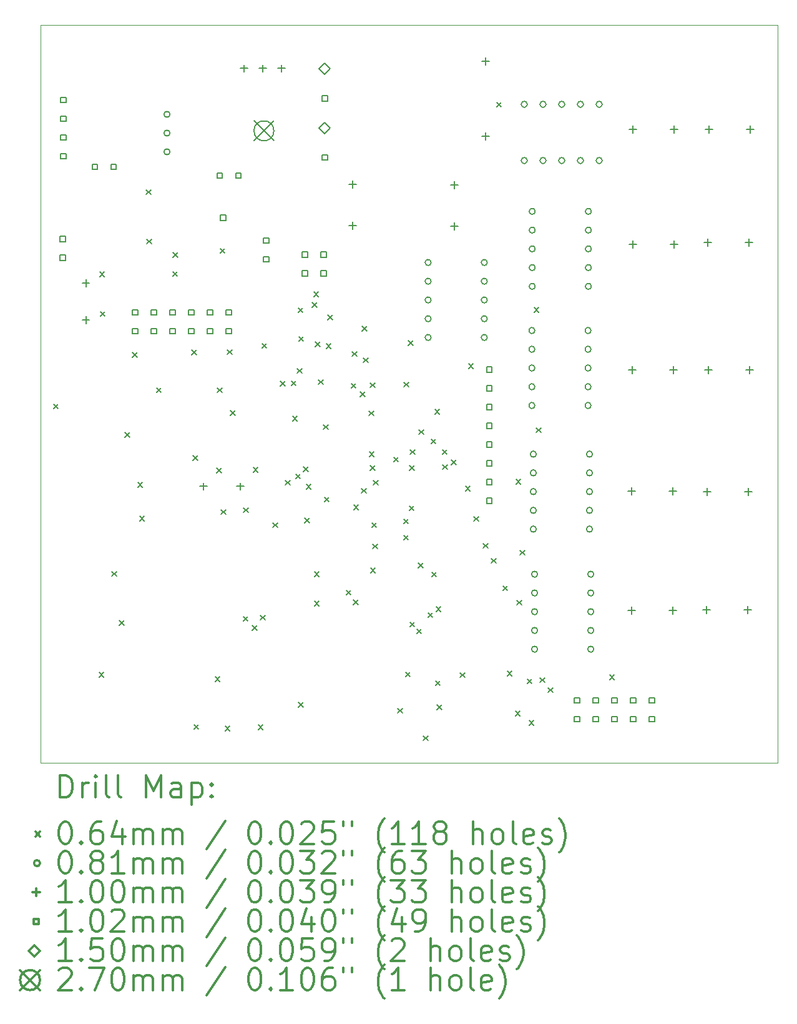
<source format=gbr>
%FSLAX45Y45*%
G04 Gerber Fmt 4.5, Leading zero omitted, Abs format (unit mm)*
G04 Created by KiCad (PCBNEW (2014-10-27 BZR 5228)-product) date 10/01/2015 12:02:00*
%MOMM*%
G01*
G04 APERTURE LIST*
%ADD10C,0.127000*%
%ADD11C,0.100000*%
%ADD12C,0.200000*%
%ADD13C,0.300000*%
G04 APERTURE END LIST*
D10*
D11*
X20000000Y-5000000D02*
X10000000Y-5000000D01*
X20000000Y-15000000D02*
X20000000Y-5000000D01*
X10000000Y-15000000D02*
X20000000Y-15000000D01*
X10000000Y-5000000D02*
X10000000Y-15000000D01*
D12*
X10179050Y-10140950D02*
X10242550Y-10204450D01*
X10242550Y-10140950D02*
X10179050Y-10204450D01*
X10797540Y-13775690D02*
X10861040Y-13839190D01*
X10861040Y-13775690D02*
X10797540Y-13839190D01*
X10803890Y-8347710D02*
X10867390Y-8411210D01*
X10867390Y-8347710D02*
X10803890Y-8411210D01*
X10811510Y-8886190D02*
X10875010Y-8949690D01*
X10875010Y-8886190D02*
X10811510Y-8949690D01*
X10971530Y-12407900D02*
X11035030Y-12471400D01*
X11035030Y-12407900D02*
X10971530Y-12471400D01*
X11073130Y-13072110D02*
X11136630Y-13135610D01*
X11136630Y-13072110D02*
X11073130Y-13135610D01*
X11149330Y-10525760D02*
X11212830Y-10589260D01*
X11212830Y-10525760D02*
X11149330Y-10589260D01*
X11249660Y-9439910D02*
X11313160Y-9503410D01*
X11313160Y-9439910D02*
X11249660Y-9503410D01*
X11322050Y-11200130D02*
X11385550Y-11263630D01*
X11385550Y-11200130D02*
X11322050Y-11263630D01*
X11344910Y-11658600D02*
X11408410Y-11722100D01*
X11408410Y-11658600D02*
X11344910Y-11722100D01*
X11436350Y-7233920D02*
X11499850Y-7297420D01*
X11499850Y-7233920D02*
X11436350Y-7297420D01*
X11443970Y-7904480D02*
X11507470Y-7967980D01*
X11507470Y-7904480D02*
X11443970Y-7967980D01*
X11574780Y-9919970D02*
X11638280Y-9983470D01*
X11638280Y-9919970D02*
X11574780Y-9983470D01*
X11795506Y-8342630D02*
X11859006Y-8406130D01*
X11859006Y-8342630D02*
X11795506Y-8406130D01*
X11798300Y-8087360D02*
X11861800Y-8150860D01*
X11861800Y-8087360D02*
X11798300Y-8150860D01*
X12053570Y-9406890D02*
X12117070Y-9470390D01*
X12117070Y-9406890D02*
X12053570Y-9470390D01*
X12071350Y-10836910D02*
X12134850Y-10900410D01*
X12134850Y-10836910D02*
X12071350Y-10900410D01*
X12082780Y-14483080D02*
X12146280Y-14546580D01*
X12146280Y-14483080D02*
X12082780Y-14546580D01*
X12369800Y-13834110D02*
X12433300Y-13897610D01*
X12433300Y-13834110D02*
X12369800Y-13897610D01*
X12391390Y-11007090D02*
X12454890Y-11070590D01*
X12454890Y-11007090D02*
X12391390Y-11070590D01*
X12401550Y-9919970D02*
X12465050Y-9983470D01*
X12465050Y-9919970D02*
X12401550Y-9983470D01*
X12437110Y-8032750D02*
X12500610Y-8096250D01*
X12500610Y-8032750D02*
X12437110Y-8096250D01*
X12453620Y-11569700D02*
X12517120Y-11633200D01*
X12517120Y-11569700D02*
X12453620Y-11633200D01*
X12506960Y-14502130D02*
X12570460Y-14565630D01*
X12570460Y-14502130D02*
X12506960Y-14565630D01*
X12536170Y-9404350D02*
X12599670Y-9467850D01*
X12599670Y-9404350D02*
X12536170Y-9467850D01*
X12580620Y-10227310D02*
X12644120Y-10290810D01*
X12644120Y-10227310D02*
X12580620Y-10290810D01*
X12750800Y-13020040D02*
X12814300Y-13083540D01*
X12814300Y-13020040D02*
X12750800Y-13083540D01*
X12758420Y-11546840D02*
X12821920Y-11610340D01*
X12821920Y-11546840D02*
X12758420Y-11610340D01*
X12876530Y-13139420D02*
X12940030Y-13202920D01*
X12940030Y-13139420D02*
X12876530Y-13202920D01*
X12886690Y-10996930D02*
X12950190Y-11060430D01*
X12950190Y-10996930D02*
X12886690Y-11060430D01*
X12954000Y-14485620D02*
X13017500Y-14549120D01*
X13017500Y-14485620D02*
X12954000Y-14549120D01*
X12983210Y-13000990D02*
X13046710Y-13064490D01*
X13046710Y-13000990D02*
X12983210Y-13064490D01*
X13006070Y-9317990D02*
X13069570Y-9381490D01*
X13069570Y-9317990D02*
X13006070Y-9381490D01*
X13154660Y-11748770D02*
X13218160Y-11812270D01*
X13218160Y-11748770D02*
X13154660Y-11812270D01*
X13257530Y-9828530D02*
X13321030Y-9892030D01*
X13321030Y-9828530D02*
X13257530Y-9892030D01*
X13322046Y-11173714D02*
X13385546Y-11237214D01*
X13385546Y-11173714D02*
X13322046Y-11237214D01*
X13402310Y-9824720D02*
X13465810Y-9888220D01*
X13465810Y-9824720D02*
X13402310Y-9888220D01*
X13421360Y-10304780D02*
X13484860Y-10368280D01*
X13484860Y-10304780D02*
X13421360Y-10368280D01*
X13463270Y-11085830D02*
X13526770Y-11149330D01*
X13526770Y-11085830D02*
X13463270Y-11149330D01*
X13486130Y-9658350D02*
X13549630Y-9721850D01*
X13549630Y-9658350D02*
X13486130Y-9721850D01*
X13498830Y-8835390D02*
X13562330Y-8898890D01*
X13562330Y-8835390D02*
X13498830Y-8898890D01*
X13501370Y-14180820D02*
X13564870Y-14244320D01*
X13564870Y-14180820D02*
X13501370Y-14244320D01*
X13506450Y-9224010D02*
X13569950Y-9287510D01*
X13569950Y-9224010D02*
X13506450Y-9287510D01*
X13569950Y-10991850D02*
X13633450Y-11055350D01*
X13633450Y-10991850D02*
X13569950Y-11055350D01*
X13586460Y-11686540D02*
X13649960Y-11750040D01*
X13649960Y-11686540D02*
X13586460Y-11750040D01*
X13608050Y-11226800D02*
X13671550Y-11290300D01*
X13671550Y-11226800D02*
X13608050Y-11290300D01*
X13686790Y-8764270D02*
X13750290Y-8827770D01*
X13750290Y-8764270D02*
X13686790Y-8827770D01*
X13707110Y-8620760D02*
X13770610Y-8684260D01*
X13770610Y-8620760D02*
X13707110Y-8684260D01*
X13718540Y-12414250D02*
X13782040Y-12477750D01*
X13782040Y-12414250D02*
X13718540Y-12477750D01*
X13718540Y-12811760D02*
X13782040Y-12875260D01*
X13782040Y-12811760D02*
X13718540Y-12875260D01*
X13729970Y-9298940D02*
X13793470Y-9362440D01*
X13793470Y-9298940D02*
X13729970Y-9362440D01*
X13773150Y-9810750D02*
X13836650Y-9874250D01*
X13836650Y-9810750D02*
X13773150Y-9874250D01*
X13839190Y-10420350D02*
X13902690Y-10483850D01*
X13902690Y-10420350D02*
X13839190Y-10483850D01*
X13851890Y-11402060D02*
X13915390Y-11465560D01*
X13915390Y-11402060D02*
X13851890Y-11465560D01*
X13877290Y-9320530D02*
X13940790Y-9384030D01*
X13940790Y-9320530D02*
X13877290Y-9384030D01*
X13897610Y-8933180D02*
X13961110Y-8996680D01*
X13961110Y-8933180D02*
X13897610Y-8996680D01*
X14149070Y-12663170D02*
X14212570Y-12726670D01*
X14212570Y-12663170D02*
X14149070Y-12726670D01*
X14217650Y-9859010D02*
X14281150Y-9922510D01*
X14281150Y-9859010D02*
X14217650Y-9922510D01*
X14227810Y-9427210D02*
X14291310Y-9490710D01*
X14291310Y-9427210D02*
X14227810Y-9490710D01*
X14245590Y-12792710D02*
X14309090Y-12856210D01*
X14309090Y-12792710D02*
X14245590Y-12856210D01*
X14251940Y-11508740D02*
X14315440Y-11572240D01*
X14315440Y-11508740D02*
X14251940Y-11572240D01*
X14339570Y-9973310D02*
X14403070Y-10036810D01*
X14403070Y-9973310D02*
X14339570Y-10036810D01*
X14354810Y-11283950D02*
X14418310Y-11347450D01*
X14418310Y-11283950D02*
X14354810Y-11347450D01*
X14366240Y-9085580D02*
X14429740Y-9149080D01*
X14429740Y-9085580D02*
X14366240Y-9149080D01*
X14382750Y-9513570D02*
X14446250Y-9577070D01*
X14446250Y-9513570D02*
X14382750Y-9577070D01*
X14457934Y-10232390D02*
X14521434Y-10295890D01*
X14521434Y-10232390D02*
X14457934Y-10295890D01*
X14461490Y-10785094D02*
X14524990Y-10848594D01*
X14524990Y-10785094D02*
X14461490Y-10848594D01*
X14475460Y-9852660D02*
X14538960Y-9916160D01*
X14538960Y-9852660D02*
X14475460Y-9916160D01*
X14476730Y-10975340D02*
X14540230Y-11038840D01*
X14540230Y-10975340D02*
X14476730Y-11038840D01*
X14479270Y-12360910D02*
X14542770Y-12424410D01*
X14542770Y-12360910D02*
X14479270Y-12424410D01*
X14494510Y-11748770D02*
X14558010Y-11812270D01*
X14558010Y-11748770D02*
X14494510Y-11812270D01*
X14511020Y-12034520D02*
X14574520Y-12098020D01*
X14574520Y-12034520D02*
X14511020Y-12098020D01*
X14518640Y-11173460D02*
X14582140Y-11236960D01*
X14582140Y-11173460D02*
X14518640Y-11236960D01*
X14794230Y-10859770D02*
X14857730Y-10923270D01*
X14857730Y-10859770D02*
X14794230Y-10923270D01*
X14848840Y-14264640D02*
X14912340Y-14328140D01*
X14912340Y-14264640D02*
X14848840Y-14328140D01*
X14930120Y-11699240D02*
X14993620Y-11762740D01*
X14993620Y-11699240D02*
X14930120Y-11762740D01*
X14930120Y-11916410D02*
X14993620Y-11979910D01*
X14993620Y-11916410D02*
X14930120Y-11979910D01*
X14932660Y-9842500D02*
X14996160Y-9906000D01*
X14996160Y-9842500D02*
X14932660Y-9906000D01*
X14951710Y-13773150D02*
X15015210Y-13836650D01*
X15015210Y-13773150D02*
X14951710Y-13836650D01*
X14991080Y-9279890D02*
X15054580Y-9343390D01*
X15054580Y-9279890D02*
X14991080Y-9343390D01*
X15005050Y-11517630D02*
X15068550Y-11581130D01*
X15068550Y-11517630D02*
X15005050Y-11581130D01*
X15010130Y-10971530D02*
X15073630Y-11035030D01*
X15073630Y-10971530D02*
X15010130Y-11035030D01*
X15011400Y-13094970D02*
X15074900Y-13158470D01*
X15074900Y-13094970D02*
X15011400Y-13158470D01*
X15017750Y-10755630D02*
X15081250Y-10819130D01*
X15081250Y-10755630D02*
X15017750Y-10819130D01*
X15104110Y-13188950D02*
X15167610Y-13252450D01*
X15167610Y-13188950D02*
X15104110Y-13252450D01*
X15128240Y-12294870D02*
X15191740Y-12358370D01*
X15191740Y-12294870D02*
X15128240Y-12358370D01*
X15134590Y-10485120D02*
X15198090Y-10548620D01*
X15198090Y-10485120D02*
X15134590Y-10548620D01*
X15196820Y-14635480D02*
X15260320Y-14698980D01*
X15260320Y-14635480D02*
X15196820Y-14698980D01*
X15256510Y-12965430D02*
X15320010Y-13028930D01*
X15320010Y-12965430D02*
X15256510Y-13028930D01*
X15302230Y-10613390D02*
X15365730Y-10676890D01*
X15365730Y-10613390D02*
X15302230Y-10676890D01*
X15307310Y-12418060D02*
X15370810Y-12481560D01*
X15370810Y-12418060D02*
X15307310Y-12481560D01*
X15351760Y-10210800D02*
X15415260Y-10274300D01*
X15415260Y-10210800D02*
X15351760Y-10274300D01*
X15361920Y-13891260D02*
X15425420Y-13954760D01*
X15425420Y-13891260D02*
X15361920Y-13954760D01*
X15368270Y-12886690D02*
X15431770Y-12950190D01*
X15431770Y-12886690D02*
X15368270Y-12950190D01*
X15381986Y-14215618D02*
X15445486Y-14279118D01*
X15445486Y-14215618D02*
X15381986Y-14279118D01*
X15452090Y-10758170D02*
X15515590Y-10821670D01*
X15515590Y-10758170D02*
X15452090Y-10821670D01*
X15458440Y-10960100D02*
X15521940Y-11023600D01*
X15521940Y-10960100D02*
X15458440Y-11023600D01*
X15574010Y-10899140D02*
X15637510Y-10962640D01*
X15637510Y-10899140D02*
X15574010Y-10962640D01*
X15693390Y-13778230D02*
X15756890Y-13841730D01*
X15756890Y-13778230D02*
X15693390Y-13841730D01*
X15765780Y-11250930D02*
X15829280Y-11314430D01*
X15829280Y-11250930D02*
X15765780Y-11314430D01*
X15810230Y-9592310D02*
X15873730Y-9655810D01*
X15873730Y-9592310D02*
X15810230Y-9655810D01*
X15882620Y-11663680D02*
X15946120Y-11727180D01*
X15946120Y-11663680D02*
X15882620Y-11727180D01*
X16005810Y-12026900D02*
X16069310Y-12090400D01*
X16069310Y-12026900D02*
X16005810Y-12090400D01*
X16118840Y-12232640D02*
X16182340Y-12296140D01*
X16182340Y-12232640D02*
X16118840Y-12296140D01*
X16191230Y-6051550D02*
X16254730Y-6115050D01*
X16254730Y-6051550D02*
X16191230Y-6115050D01*
X16273780Y-12602210D02*
X16337280Y-12665710D01*
X16337280Y-12602210D02*
X16273780Y-12665710D01*
X16333470Y-13760450D02*
X16396970Y-13823950D01*
X16396970Y-13760450D02*
X16333470Y-13823950D01*
X16442690Y-14298930D02*
X16506190Y-14362430D01*
X16506190Y-14298930D02*
X16442690Y-14362430D01*
X16452850Y-11160760D02*
X16516350Y-11224260D01*
X16516350Y-11160760D02*
X16452850Y-11224260D01*
X16464280Y-12797790D02*
X16527780Y-12861290D01*
X16527780Y-12797790D02*
X16464280Y-12861290D01*
X16508730Y-12122150D02*
X16572230Y-12185650D01*
X16572230Y-12122150D02*
X16508730Y-12185650D01*
X16603980Y-13865860D02*
X16667480Y-13929360D01*
X16667480Y-13865860D02*
X16603980Y-13929360D01*
X16628110Y-14428470D02*
X16691610Y-14491970D01*
X16691610Y-14428470D02*
X16628110Y-14491970D01*
X16699230Y-8831580D02*
X16762730Y-8895080D01*
X16762730Y-8831580D02*
X16699230Y-8895080D01*
X16727170Y-10462260D02*
X16790670Y-10525760D01*
X16790670Y-10462260D02*
X16727170Y-10525760D01*
X16779240Y-13849350D02*
X16842740Y-13912850D01*
X16842740Y-13849350D02*
X16779240Y-13912850D01*
X16888460Y-13982700D02*
X16951960Y-14046200D01*
X16951960Y-13982700D02*
X16888460Y-14046200D01*
X17721580Y-13808710D02*
X17785080Y-13872210D01*
X17785080Y-13808710D02*
X17721580Y-13872210D01*
X11757660Y-6212840D02*
G75*
G03X11757660Y-6212840I-40640J0D01*
G01*
X11757660Y-6466840D02*
G75*
G03X11757660Y-6466840I-40640J0D01*
G01*
X11757660Y-6720840D02*
G75*
G03X11757660Y-6720840I-40640J0D01*
G01*
X15300960Y-8220710D02*
G75*
G03X15300960Y-8220710I-40640J0D01*
G01*
X15300960Y-8474710D02*
G75*
G03X15300960Y-8474710I-40640J0D01*
G01*
X15300960Y-8728710D02*
G75*
G03X15300960Y-8728710I-40640J0D01*
G01*
X15300960Y-8982710D02*
G75*
G03X15300960Y-8982710I-40640J0D01*
G01*
X15300960Y-9236710D02*
G75*
G03X15300960Y-9236710I-40640J0D01*
G01*
X16062960Y-8220710D02*
G75*
G03X16062960Y-8220710I-40640J0D01*
G01*
X16062960Y-8474710D02*
G75*
G03X16062960Y-8474710I-40640J0D01*
G01*
X16062960Y-8728710D02*
G75*
G03X16062960Y-8728710I-40640J0D01*
G01*
X16062960Y-8982710D02*
G75*
G03X16062960Y-8982710I-40640J0D01*
G01*
X16062960Y-9236710D02*
G75*
G03X16062960Y-9236710I-40640J0D01*
G01*
X16605250Y-6076950D02*
G75*
G03X16605250Y-6076950I-40640J0D01*
G01*
X16605250Y-6838950D02*
G75*
G03X16605250Y-6838950I-40640J0D01*
G01*
X16708120Y-9142730D02*
G75*
G03X16708120Y-9142730I-40640J0D01*
G01*
X16708120Y-9396730D02*
G75*
G03X16708120Y-9396730I-40640J0D01*
G01*
X16708120Y-9650730D02*
G75*
G03X16708120Y-9650730I-40640J0D01*
G01*
X16708120Y-9904730D02*
G75*
G03X16708120Y-9904730I-40640J0D01*
G01*
X16708120Y-10158730D02*
G75*
G03X16708120Y-10158730I-40640J0D01*
G01*
X16713200Y-7527290D02*
G75*
G03X16713200Y-7527290I-40640J0D01*
G01*
X16713200Y-7781290D02*
G75*
G03X16713200Y-7781290I-40640J0D01*
G01*
X16713200Y-8035290D02*
G75*
G03X16713200Y-8035290I-40640J0D01*
G01*
X16713200Y-8289290D02*
G75*
G03X16713200Y-8289290I-40640J0D01*
G01*
X16713200Y-8543290D02*
G75*
G03X16713200Y-8543290I-40640J0D01*
G01*
X16728440Y-10817860D02*
G75*
G03X16728440Y-10817860I-40640J0D01*
G01*
X16728440Y-11071860D02*
G75*
G03X16728440Y-11071860I-40640J0D01*
G01*
X16728440Y-11325860D02*
G75*
G03X16728440Y-11325860I-40640J0D01*
G01*
X16728440Y-11579860D02*
G75*
G03X16728440Y-11579860I-40640J0D01*
G01*
X16728440Y-11833860D02*
G75*
G03X16728440Y-11833860I-40640J0D01*
G01*
X16746220Y-12444730D02*
G75*
G03X16746220Y-12444730I-40640J0D01*
G01*
X16746220Y-12698730D02*
G75*
G03X16746220Y-12698730I-40640J0D01*
G01*
X16746220Y-12952730D02*
G75*
G03X16746220Y-12952730I-40640J0D01*
G01*
X16746220Y-13206730D02*
G75*
G03X16746220Y-13206730I-40640J0D01*
G01*
X16746220Y-13460730D02*
G75*
G03X16746220Y-13460730I-40640J0D01*
G01*
X16859250Y-6076950D02*
G75*
G03X16859250Y-6076950I-40640J0D01*
G01*
X16859250Y-6838950D02*
G75*
G03X16859250Y-6838950I-40640J0D01*
G01*
X17113250Y-6076950D02*
G75*
G03X17113250Y-6076950I-40640J0D01*
G01*
X17113250Y-6838950D02*
G75*
G03X17113250Y-6838950I-40640J0D01*
G01*
X17367250Y-6076950D02*
G75*
G03X17367250Y-6076950I-40640J0D01*
G01*
X17367250Y-6838950D02*
G75*
G03X17367250Y-6838950I-40640J0D01*
G01*
X17470120Y-9142730D02*
G75*
G03X17470120Y-9142730I-40640J0D01*
G01*
X17470120Y-9396730D02*
G75*
G03X17470120Y-9396730I-40640J0D01*
G01*
X17470120Y-9650730D02*
G75*
G03X17470120Y-9650730I-40640J0D01*
G01*
X17470120Y-9904730D02*
G75*
G03X17470120Y-9904730I-40640J0D01*
G01*
X17470120Y-10158730D02*
G75*
G03X17470120Y-10158730I-40640J0D01*
G01*
X17475200Y-7527290D02*
G75*
G03X17475200Y-7527290I-40640J0D01*
G01*
X17475200Y-7781290D02*
G75*
G03X17475200Y-7781290I-40640J0D01*
G01*
X17475200Y-8035290D02*
G75*
G03X17475200Y-8035290I-40640J0D01*
G01*
X17475200Y-8289290D02*
G75*
G03X17475200Y-8289290I-40640J0D01*
G01*
X17475200Y-8543290D02*
G75*
G03X17475200Y-8543290I-40640J0D01*
G01*
X17490440Y-10817860D02*
G75*
G03X17490440Y-10817860I-40640J0D01*
G01*
X17490440Y-11071860D02*
G75*
G03X17490440Y-11071860I-40640J0D01*
G01*
X17490440Y-11325860D02*
G75*
G03X17490440Y-11325860I-40640J0D01*
G01*
X17490440Y-11579860D02*
G75*
G03X17490440Y-11579860I-40640J0D01*
G01*
X17490440Y-11833860D02*
G75*
G03X17490440Y-11833860I-40640J0D01*
G01*
X17508220Y-12444730D02*
G75*
G03X17508220Y-12444730I-40640J0D01*
G01*
X17508220Y-12698730D02*
G75*
G03X17508220Y-12698730I-40640J0D01*
G01*
X17508220Y-12952730D02*
G75*
G03X17508220Y-12952730I-40640J0D01*
G01*
X17508220Y-13206730D02*
G75*
G03X17508220Y-13206730I-40640J0D01*
G01*
X17508220Y-13460730D02*
G75*
G03X17508220Y-13460730I-40640J0D01*
G01*
X17621250Y-6076950D02*
G75*
G03X17621250Y-6076950I-40640J0D01*
G01*
X17621250Y-6838950D02*
G75*
G03X17621250Y-6838950I-40640J0D01*
G01*
X10617200Y-8450072D02*
X10617200Y-8550148D01*
X10567162Y-8500110D02*
X10667238Y-8500110D01*
X10617200Y-8950198D02*
X10617200Y-9050274D01*
X10567162Y-9000236D02*
X10667238Y-9000236D01*
X12213844Y-11204702D02*
X12213844Y-11304778D01*
X12163806Y-11254740D02*
X12263882Y-11254740D01*
X12713970Y-11204702D02*
X12713970Y-11304778D01*
X12663932Y-11254740D02*
X12764008Y-11254740D01*
X12766000Y-5539962D02*
X12766000Y-5640038D01*
X12715962Y-5590000D02*
X12816038Y-5590000D01*
X13020000Y-5539962D02*
X13020000Y-5640038D01*
X12969962Y-5590000D02*
X13070038Y-5590000D01*
X13274000Y-5539962D02*
X13274000Y-5640038D01*
X13223962Y-5590000D02*
X13324038Y-5590000D01*
X14239240Y-7114032D02*
X14239240Y-7214108D01*
X14189202Y-7164070D02*
X14289278Y-7164070D01*
X14239240Y-7672832D02*
X14239240Y-7772908D01*
X14189202Y-7722870D02*
X14289278Y-7722870D01*
X15619730Y-7120382D02*
X15619730Y-7220458D01*
X15569692Y-7170420D02*
X15669768Y-7170420D01*
X15619730Y-7679182D02*
X15619730Y-7779258D01*
X15569692Y-7729220D02*
X15669768Y-7729220D01*
X16037560Y-5441696D02*
X16037560Y-5541772D01*
X15987522Y-5491734D02*
X16087598Y-5491734D01*
X16037560Y-6457696D02*
X16037560Y-6557772D01*
X15987522Y-6507734D02*
X16087598Y-6507734D01*
X18019600Y-12886262D02*
X18019600Y-12986338D01*
X17969562Y-12936300D02*
X18069638Y-12936300D01*
X18024200Y-11265162D02*
X18024200Y-11365238D01*
X17974162Y-11315200D02*
X18074238Y-11315200D01*
X18030870Y-9625512D02*
X18030870Y-9725588D01*
X17980832Y-9675550D02*
X18080908Y-9675550D01*
X18035000Y-7926492D02*
X18035000Y-8026568D01*
X17984962Y-7976530D02*
X18085038Y-7976530D01*
X18040400Y-6369562D02*
X18040400Y-6469638D01*
X17990362Y-6419600D02*
X18090438Y-6419600D01*
X18578400Y-12886262D02*
X18578400Y-12986338D01*
X18528362Y-12936300D02*
X18628438Y-12936300D01*
X18583000Y-11265162D02*
X18583000Y-11365238D01*
X18532962Y-11315200D02*
X18633038Y-11315200D01*
X18589670Y-9625512D02*
X18589670Y-9725588D01*
X18539632Y-9675550D02*
X18639708Y-9675550D01*
X18593800Y-7926492D02*
X18593800Y-8026568D01*
X18543762Y-7976530D02*
X18643838Y-7976530D01*
X18599200Y-6369562D02*
X18599200Y-6469638D01*
X18549162Y-6419600D02*
X18649238Y-6419600D01*
X19039600Y-12876262D02*
X19039600Y-12976338D01*
X18989562Y-12926300D02*
X19089638Y-12926300D01*
X19044200Y-11275162D02*
X19044200Y-11375238D01*
X18994162Y-11325200D02*
X19094238Y-11325200D01*
X19055000Y-7896492D02*
X19055000Y-7996568D01*
X19004962Y-7946530D02*
X19105038Y-7946530D01*
X19060870Y-9625512D02*
X19060870Y-9725588D01*
X19010832Y-9675550D02*
X19110908Y-9675550D01*
X19070400Y-6369562D02*
X19070400Y-6469638D01*
X19020362Y-6419600D02*
X19120438Y-6419600D01*
X19598400Y-12876262D02*
X19598400Y-12976338D01*
X19548362Y-12926300D02*
X19648438Y-12926300D01*
X19603000Y-11275162D02*
X19603000Y-11375238D01*
X19552962Y-11325200D02*
X19653038Y-11325200D01*
X19613800Y-7896492D02*
X19613800Y-7996568D01*
X19563762Y-7946530D02*
X19663838Y-7946530D01*
X19619670Y-9625512D02*
X19619670Y-9725588D01*
X19569632Y-9675550D02*
X19669708Y-9675550D01*
X19629200Y-6369562D02*
X19629200Y-6469638D01*
X19579162Y-6419600D02*
X19679238Y-6419600D01*
X10339431Y-7936591D02*
X10339431Y-7864749D01*
X10267589Y-7864749D01*
X10267589Y-7936591D01*
X10339431Y-7936591D01*
X10339431Y-8190591D02*
X10339431Y-8118749D01*
X10267589Y-8118749D01*
X10267589Y-8190591D01*
X10339431Y-8190591D01*
X10349591Y-6055721D02*
X10349591Y-5983879D01*
X10277749Y-5983879D01*
X10277749Y-6055721D01*
X10349591Y-6055721D01*
X10349591Y-6309721D02*
X10349591Y-6237879D01*
X10277749Y-6237879D01*
X10277749Y-6309721D01*
X10349591Y-6309721D01*
X10349591Y-6563721D02*
X10349591Y-6491879D01*
X10277749Y-6491879D01*
X10277749Y-6563721D01*
X10349591Y-6563721D01*
X10349591Y-6817721D02*
X10349591Y-6745879D01*
X10277749Y-6745879D01*
X10277749Y-6817721D01*
X10349591Y-6817721D01*
X10775041Y-6958691D02*
X10775041Y-6886849D01*
X10703199Y-6886849D01*
X10703199Y-6958691D01*
X10775041Y-6958691D01*
X11029041Y-6958691D02*
X11029041Y-6886849D01*
X10957199Y-6886849D01*
X10957199Y-6958691D01*
X11029041Y-6958691D01*
X11322411Y-8931001D02*
X11322411Y-8859159D01*
X11250569Y-8859159D01*
X11250569Y-8931001D01*
X11322411Y-8931001D01*
X11322411Y-9185001D02*
X11322411Y-9113159D01*
X11250569Y-9113159D01*
X11250569Y-9185001D01*
X11322411Y-9185001D01*
X11576411Y-8931001D02*
X11576411Y-8859159D01*
X11504569Y-8859159D01*
X11504569Y-8931001D01*
X11576411Y-8931001D01*
X11576411Y-9185001D02*
X11576411Y-9113159D01*
X11504569Y-9113159D01*
X11504569Y-9185001D01*
X11576411Y-9185001D01*
X11830411Y-8931001D02*
X11830411Y-8859159D01*
X11758569Y-8859159D01*
X11758569Y-8931001D01*
X11830411Y-8931001D01*
X11830411Y-9185001D02*
X11830411Y-9113159D01*
X11758569Y-9113159D01*
X11758569Y-9185001D01*
X11830411Y-9185001D01*
X12084411Y-8931001D02*
X12084411Y-8859159D01*
X12012569Y-8859159D01*
X12012569Y-8931001D01*
X12084411Y-8931001D01*
X12084411Y-9185001D02*
X12084411Y-9113159D01*
X12012569Y-9113159D01*
X12012569Y-9185001D01*
X12084411Y-9185001D01*
X12338411Y-8931001D02*
X12338411Y-8859159D01*
X12266569Y-8859159D01*
X12266569Y-8931001D01*
X12338411Y-8931001D01*
X12338411Y-9185001D02*
X12338411Y-9113159D01*
X12266569Y-9113159D01*
X12266569Y-9185001D01*
X12338411Y-9185001D01*
X12466681Y-7080611D02*
X12466681Y-7008769D01*
X12394839Y-7008769D01*
X12394839Y-7080611D01*
X12466681Y-7080611D01*
X12513671Y-7652111D02*
X12513671Y-7580269D01*
X12441829Y-7580269D01*
X12441829Y-7652111D01*
X12513671Y-7652111D01*
X12592411Y-8931001D02*
X12592411Y-8859159D01*
X12520569Y-8859159D01*
X12520569Y-8931001D01*
X12592411Y-8931001D01*
X12592411Y-9185001D02*
X12592411Y-9113159D01*
X12520569Y-9113159D01*
X12520569Y-9185001D01*
X12592411Y-9185001D01*
X12720681Y-7080611D02*
X12720681Y-7008769D01*
X12648839Y-7008769D01*
X12648839Y-7080611D01*
X12720681Y-7080611D01*
X13100411Y-7960721D02*
X13100411Y-7888879D01*
X13028569Y-7888879D01*
X13028569Y-7960721D01*
X13100411Y-7960721D01*
X13100411Y-8214721D02*
X13100411Y-8142879D01*
X13028569Y-8142879D01*
X13028569Y-8214721D01*
X13100411Y-8214721D01*
X13626191Y-8149951D02*
X13626191Y-8078109D01*
X13554349Y-8078109D01*
X13554349Y-8149951D01*
X13626191Y-8149951D01*
X13626191Y-8403951D02*
X13626191Y-8332109D01*
X13554349Y-8332109D01*
X13554349Y-8403951D01*
X13626191Y-8403951D01*
X13880191Y-8149951D02*
X13880191Y-8078109D01*
X13808349Y-8078109D01*
X13808349Y-8149951D01*
X13880191Y-8149951D01*
X13880191Y-8403951D02*
X13880191Y-8332109D01*
X13808349Y-8332109D01*
X13808349Y-8403951D01*
X13880191Y-8403951D01*
X13894161Y-6033521D02*
X13894161Y-5961679D01*
X13822319Y-5961679D01*
X13822319Y-6033521D01*
X13894161Y-6033521D01*
X13894161Y-6833521D02*
X13894161Y-6761679D01*
X13822319Y-6761679D01*
X13822319Y-6833521D01*
X13894161Y-6833521D01*
X16126821Y-9708241D02*
X16126821Y-9636399D01*
X16054979Y-9636399D01*
X16054979Y-9708241D01*
X16126821Y-9708241D01*
X16126821Y-9962241D02*
X16126821Y-9890399D01*
X16054979Y-9890399D01*
X16054979Y-9962241D01*
X16126821Y-9962241D01*
X16126821Y-10216241D02*
X16126821Y-10144399D01*
X16054979Y-10144399D01*
X16054979Y-10216241D01*
X16126821Y-10216241D01*
X16126821Y-10470241D02*
X16126821Y-10398399D01*
X16054979Y-10398399D01*
X16054979Y-10470241D01*
X16126821Y-10470241D01*
X16126821Y-10724241D02*
X16126821Y-10652399D01*
X16054979Y-10652399D01*
X16054979Y-10724241D01*
X16126821Y-10724241D01*
X16126821Y-10978241D02*
X16126821Y-10906399D01*
X16054979Y-10906399D01*
X16054979Y-10978241D01*
X16126821Y-10978241D01*
X16126821Y-11232241D02*
X16126821Y-11160399D01*
X16054979Y-11160399D01*
X16054979Y-11232241D01*
X16126821Y-11232241D01*
X16126821Y-11486241D02*
X16126821Y-11414399D01*
X16054979Y-11414399D01*
X16054979Y-11486241D01*
X16126821Y-11486241D01*
X17316811Y-14192611D02*
X17316811Y-14120769D01*
X17244969Y-14120769D01*
X17244969Y-14192611D01*
X17316811Y-14192611D01*
X17316811Y-14446611D02*
X17316811Y-14374769D01*
X17244969Y-14374769D01*
X17244969Y-14446611D01*
X17316811Y-14446611D01*
X17570811Y-14192611D02*
X17570811Y-14120769D01*
X17498969Y-14120769D01*
X17498969Y-14192611D01*
X17570811Y-14192611D01*
X17570811Y-14446611D02*
X17570811Y-14374769D01*
X17498969Y-14374769D01*
X17498969Y-14446611D01*
X17570811Y-14446611D01*
X17824811Y-14192611D02*
X17824811Y-14120769D01*
X17752969Y-14120769D01*
X17752969Y-14192611D01*
X17824811Y-14192611D01*
X17824811Y-14446611D02*
X17824811Y-14374769D01*
X17752969Y-14374769D01*
X17752969Y-14446611D01*
X17824811Y-14446611D01*
X18078811Y-14192611D02*
X18078811Y-14120769D01*
X18006969Y-14120769D01*
X18006969Y-14192611D01*
X18078811Y-14192611D01*
X18078811Y-14446611D02*
X18078811Y-14374769D01*
X18006969Y-14374769D01*
X18006969Y-14446611D01*
X18078811Y-14446611D01*
X18332811Y-14192611D02*
X18332811Y-14120769D01*
X18260969Y-14120769D01*
X18260969Y-14192611D01*
X18332811Y-14192611D01*
X18332811Y-14446611D02*
X18332811Y-14374769D01*
X18260969Y-14374769D01*
X18260969Y-14446611D01*
X18332811Y-14446611D01*
X13858240Y-5672600D02*
X13933240Y-5597600D01*
X13858240Y-5522600D01*
X13783240Y-5597600D01*
X13858240Y-5672600D01*
X13858240Y-6472600D02*
X13933240Y-6397600D01*
X13858240Y-6322600D01*
X13783240Y-6397600D01*
X13858240Y-6472600D01*
X12897739Y-6301359D02*
X13167741Y-6571361D01*
X13167741Y-6301359D02*
X12897739Y-6571361D01*
X13167741Y-6436360D02*
G75*
G03X13167741Y-6436360I-135001J0D01*
G01*
D13*
X10266429Y-15470714D02*
X10266429Y-15170714D01*
X10337857Y-15170714D01*
X10380714Y-15185000D01*
X10409286Y-15213571D01*
X10423571Y-15242143D01*
X10437857Y-15299286D01*
X10437857Y-15342143D01*
X10423571Y-15399286D01*
X10409286Y-15427857D01*
X10380714Y-15456429D01*
X10337857Y-15470714D01*
X10266429Y-15470714D01*
X10566429Y-15470714D02*
X10566429Y-15270714D01*
X10566429Y-15327857D02*
X10580714Y-15299286D01*
X10595000Y-15285000D01*
X10623571Y-15270714D01*
X10652143Y-15270714D01*
X10752143Y-15470714D02*
X10752143Y-15270714D01*
X10752143Y-15170714D02*
X10737857Y-15185000D01*
X10752143Y-15199286D01*
X10766429Y-15185000D01*
X10752143Y-15170714D01*
X10752143Y-15199286D01*
X10937857Y-15470714D02*
X10909286Y-15456429D01*
X10895000Y-15427857D01*
X10895000Y-15170714D01*
X11095000Y-15470714D02*
X11066429Y-15456429D01*
X11052143Y-15427857D01*
X11052143Y-15170714D01*
X11437857Y-15470714D02*
X11437857Y-15170714D01*
X11537857Y-15385000D01*
X11637857Y-15170714D01*
X11637857Y-15470714D01*
X11909286Y-15470714D02*
X11909286Y-15313571D01*
X11895000Y-15285000D01*
X11866428Y-15270714D01*
X11809286Y-15270714D01*
X11780714Y-15285000D01*
X11909286Y-15456429D02*
X11880714Y-15470714D01*
X11809286Y-15470714D01*
X11780714Y-15456429D01*
X11766428Y-15427857D01*
X11766428Y-15399286D01*
X11780714Y-15370714D01*
X11809286Y-15356429D01*
X11880714Y-15356429D01*
X11909286Y-15342143D01*
X12052143Y-15270714D02*
X12052143Y-15570714D01*
X12052143Y-15285000D02*
X12080714Y-15270714D01*
X12137857Y-15270714D01*
X12166428Y-15285000D01*
X12180714Y-15299286D01*
X12195000Y-15327857D01*
X12195000Y-15413571D01*
X12180714Y-15442143D01*
X12166428Y-15456429D01*
X12137857Y-15470714D01*
X12080714Y-15470714D01*
X12052143Y-15456429D01*
X12323571Y-15442143D02*
X12337857Y-15456429D01*
X12323571Y-15470714D01*
X12309286Y-15456429D01*
X12323571Y-15442143D01*
X12323571Y-15470714D01*
X12323571Y-15285000D02*
X12337857Y-15299286D01*
X12323571Y-15313571D01*
X12309286Y-15299286D01*
X12323571Y-15285000D01*
X12323571Y-15313571D01*
X9931500Y-15933250D02*
X9995000Y-15996750D01*
X9995000Y-15933250D02*
X9931500Y-15996750D01*
X10323571Y-15800714D02*
X10352143Y-15800714D01*
X10380714Y-15815000D01*
X10395000Y-15829286D01*
X10409286Y-15857857D01*
X10423571Y-15915000D01*
X10423571Y-15986429D01*
X10409286Y-16043571D01*
X10395000Y-16072143D01*
X10380714Y-16086429D01*
X10352143Y-16100714D01*
X10323571Y-16100714D01*
X10295000Y-16086429D01*
X10280714Y-16072143D01*
X10266429Y-16043571D01*
X10252143Y-15986429D01*
X10252143Y-15915000D01*
X10266429Y-15857857D01*
X10280714Y-15829286D01*
X10295000Y-15815000D01*
X10323571Y-15800714D01*
X10552143Y-16072143D02*
X10566429Y-16086429D01*
X10552143Y-16100714D01*
X10537857Y-16086429D01*
X10552143Y-16072143D01*
X10552143Y-16100714D01*
X10823571Y-15800714D02*
X10766428Y-15800714D01*
X10737857Y-15815000D01*
X10723571Y-15829286D01*
X10695000Y-15872143D01*
X10680714Y-15929286D01*
X10680714Y-16043571D01*
X10695000Y-16072143D01*
X10709286Y-16086429D01*
X10737857Y-16100714D01*
X10795000Y-16100714D01*
X10823571Y-16086429D01*
X10837857Y-16072143D01*
X10852143Y-16043571D01*
X10852143Y-15972143D01*
X10837857Y-15943571D01*
X10823571Y-15929286D01*
X10795000Y-15915000D01*
X10737857Y-15915000D01*
X10709286Y-15929286D01*
X10695000Y-15943571D01*
X10680714Y-15972143D01*
X11109286Y-15900714D02*
X11109286Y-16100714D01*
X11037857Y-15786429D02*
X10966429Y-16000714D01*
X11152143Y-16000714D01*
X11266428Y-16100714D02*
X11266428Y-15900714D01*
X11266428Y-15929286D02*
X11280714Y-15915000D01*
X11309286Y-15900714D01*
X11352143Y-15900714D01*
X11380714Y-15915000D01*
X11395000Y-15943571D01*
X11395000Y-16100714D01*
X11395000Y-15943571D02*
X11409286Y-15915000D01*
X11437857Y-15900714D01*
X11480714Y-15900714D01*
X11509286Y-15915000D01*
X11523571Y-15943571D01*
X11523571Y-16100714D01*
X11666428Y-16100714D02*
X11666428Y-15900714D01*
X11666428Y-15929286D02*
X11680714Y-15915000D01*
X11709286Y-15900714D01*
X11752143Y-15900714D01*
X11780714Y-15915000D01*
X11795000Y-15943571D01*
X11795000Y-16100714D01*
X11795000Y-15943571D02*
X11809286Y-15915000D01*
X11837857Y-15900714D01*
X11880714Y-15900714D01*
X11909286Y-15915000D01*
X11923571Y-15943571D01*
X11923571Y-16100714D01*
X12509286Y-15786429D02*
X12252143Y-16172143D01*
X12895000Y-15800714D02*
X12923571Y-15800714D01*
X12952143Y-15815000D01*
X12966428Y-15829286D01*
X12980714Y-15857857D01*
X12995000Y-15915000D01*
X12995000Y-15986429D01*
X12980714Y-16043571D01*
X12966428Y-16072143D01*
X12952143Y-16086429D01*
X12923571Y-16100714D01*
X12895000Y-16100714D01*
X12866428Y-16086429D01*
X12852143Y-16072143D01*
X12837857Y-16043571D01*
X12823571Y-15986429D01*
X12823571Y-15915000D01*
X12837857Y-15857857D01*
X12852143Y-15829286D01*
X12866428Y-15815000D01*
X12895000Y-15800714D01*
X13123571Y-16072143D02*
X13137857Y-16086429D01*
X13123571Y-16100714D01*
X13109286Y-16086429D01*
X13123571Y-16072143D01*
X13123571Y-16100714D01*
X13323571Y-15800714D02*
X13352143Y-15800714D01*
X13380714Y-15815000D01*
X13395000Y-15829286D01*
X13409285Y-15857857D01*
X13423571Y-15915000D01*
X13423571Y-15986429D01*
X13409285Y-16043571D01*
X13395000Y-16072143D01*
X13380714Y-16086429D01*
X13352143Y-16100714D01*
X13323571Y-16100714D01*
X13295000Y-16086429D01*
X13280714Y-16072143D01*
X13266428Y-16043571D01*
X13252143Y-15986429D01*
X13252143Y-15915000D01*
X13266428Y-15857857D01*
X13280714Y-15829286D01*
X13295000Y-15815000D01*
X13323571Y-15800714D01*
X13537857Y-15829286D02*
X13552143Y-15815000D01*
X13580714Y-15800714D01*
X13652143Y-15800714D01*
X13680714Y-15815000D01*
X13695000Y-15829286D01*
X13709285Y-15857857D01*
X13709285Y-15886429D01*
X13695000Y-15929286D01*
X13523571Y-16100714D01*
X13709285Y-16100714D01*
X13980714Y-15800714D02*
X13837857Y-15800714D01*
X13823571Y-15943571D01*
X13837857Y-15929286D01*
X13866428Y-15915000D01*
X13937857Y-15915000D01*
X13966428Y-15929286D01*
X13980714Y-15943571D01*
X13995000Y-15972143D01*
X13995000Y-16043571D01*
X13980714Y-16072143D01*
X13966428Y-16086429D01*
X13937857Y-16100714D01*
X13866428Y-16100714D01*
X13837857Y-16086429D01*
X13823571Y-16072143D01*
X14109286Y-15800714D02*
X14109286Y-15857857D01*
X14223571Y-15800714D02*
X14223571Y-15857857D01*
X14666428Y-16215000D02*
X14652143Y-16200714D01*
X14623571Y-16157857D01*
X14609285Y-16129286D01*
X14595000Y-16086429D01*
X14580714Y-16015000D01*
X14580714Y-15957857D01*
X14595000Y-15886429D01*
X14609285Y-15843571D01*
X14623571Y-15815000D01*
X14652143Y-15772143D01*
X14666428Y-15757857D01*
X14937857Y-16100714D02*
X14766428Y-16100714D01*
X14852143Y-16100714D02*
X14852143Y-15800714D01*
X14823571Y-15843571D01*
X14795000Y-15872143D01*
X14766428Y-15886429D01*
X15223571Y-16100714D02*
X15052143Y-16100714D01*
X15137857Y-16100714D02*
X15137857Y-15800714D01*
X15109285Y-15843571D01*
X15080714Y-15872143D01*
X15052143Y-15886429D01*
X15395000Y-15929286D02*
X15366428Y-15915000D01*
X15352143Y-15900714D01*
X15337857Y-15872143D01*
X15337857Y-15857857D01*
X15352143Y-15829286D01*
X15366428Y-15815000D01*
X15395000Y-15800714D01*
X15452143Y-15800714D01*
X15480714Y-15815000D01*
X15495000Y-15829286D01*
X15509285Y-15857857D01*
X15509285Y-15872143D01*
X15495000Y-15900714D01*
X15480714Y-15915000D01*
X15452143Y-15929286D01*
X15395000Y-15929286D01*
X15366428Y-15943571D01*
X15352143Y-15957857D01*
X15337857Y-15986429D01*
X15337857Y-16043571D01*
X15352143Y-16072143D01*
X15366428Y-16086429D01*
X15395000Y-16100714D01*
X15452143Y-16100714D01*
X15480714Y-16086429D01*
X15495000Y-16072143D01*
X15509285Y-16043571D01*
X15509285Y-15986429D01*
X15495000Y-15957857D01*
X15480714Y-15943571D01*
X15452143Y-15929286D01*
X15866428Y-16100714D02*
X15866428Y-15800714D01*
X15995000Y-16100714D02*
X15995000Y-15943571D01*
X15980714Y-15915000D01*
X15952143Y-15900714D01*
X15909285Y-15900714D01*
X15880714Y-15915000D01*
X15866428Y-15929286D01*
X16180714Y-16100714D02*
X16152143Y-16086429D01*
X16137857Y-16072143D01*
X16123571Y-16043571D01*
X16123571Y-15957857D01*
X16137857Y-15929286D01*
X16152143Y-15915000D01*
X16180714Y-15900714D01*
X16223571Y-15900714D01*
X16252143Y-15915000D01*
X16266428Y-15929286D01*
X16280714Y-15957857D01*
X16280714Y-16043571D01*
X16266428Y-16072143D01*
X16252143Y-16086429D01*
X16223571Y-16100714D01*
X16180714Y-16100714D01*
X16452143Y-16100714D02*
X16423571Y-16086429D01*
X16409286Y-16057857D01*
X16409286Y-15800714D01*
X16680714Y-16086429D02*
X16652143Y-16100714D01*
X16595000Y-16100714D01*
X16566428Y-16086429D01*
X16552143Y-16057857D01*
X16552143Y-15943571D01*
X16566428Y-15915000D01*
X16595000Y-15900714D01*
X16652143Y-15900714D01*
X16680714Y-15915000D01*
X16695000Y-15943571D01*
X16695000Y-15972143D01*
X16552143Y-16000714D01*
X16809286Y-16086429D02*
X16837857Y-16100714D01*
X16895000Y-16100714D01*
X16923571Y-16086429D01*
X16937857Y-16057857D01*
X16937857Y-16043571D01*
X16923571Y-16015000D01*
X16895000Y-16000714D01*
X16852143Y-16000714D01*
X16823571Y-15986429D01*
X16809286Y-15957857D01*
X16809286Y-15943571D01*
X16823571Y-15915000D01*
X16852143Y-15900714D01*
X16895000Y-15900714D01*
X16923571Y-15915000D01*
X17037857Y-16215000D02*
X17052143Y-16200714D01*
X17080714Y-16157857D01*
X17095000Y-16129286D01*
X17109286Y-16086429D01*
X17123571Y-16015000D01*
X17123571Y-15957857D01*
X17109286Y-15886429D01*
X17095000Y-15843571D01*
X17080714Y-15815000D01*
X17052143Y-15772143D01*
X17037857Y-15757857D01*
X9995000Y-16361000D02*
G75*
G03X9995000Y-16361000I-40640J0D01*
G01*
X10323571Y-16196714D02*
X10352143Y-16196714D01*
X10380714Y-16211000D01*
X10395000Y-16225286D01*
X10409286Y-16253857D01*
X10423571Y-16311000D01*
X10423571Y-16382429D01*
X10409286Y-16439571D01*
X10395000Y-16468143D01*
X10380714Y-16482429D01*
X10352143Y-16496714D01*
X10323571Y-16496714D01*
X10295000Y-16482429D01*
X10280714Y-16468143D01*
X10266429Y-16439571D01*
X10252143Y-16382429D01*
X10252143Y-16311000D01*
X10266429Y-16253857D01*
X10280714Y-16225286D01*
X10295000Y-16211000D01*
X10323571Y-16196714D01*
X10552143Y-16468143D02*
X10566429Y-16482429D01*
X10552143Y-16496714D01*
X10537857Y-16482429D01*
X10552143Y-16468143D01*
X10552143Y-16496714D01*
X10737857Y-16325286D02*
X10709286Y-16311000D01*
X10695000Y-16296714D01*
X10680714Y-16268143D01*
X10680714Y-16253857D01*
X10695000Y-16225286D01*
X10709286Y-16211000D01*
X10737857Y-16196714D01*
X10795000Y-16196714D01*
X10823571Y-16211000D01*
X10837857Y-16225286D01*
X10852143Y-16253857D01*
X10852143Y-16268143D01*
X10837857Y-16296714D01*
X10823571Y-16311000D01*
X10795000Y-16325286D01*
X10737857Y-16325286D01*
X10709286Y-16339571D01*
X10695000Y-16353857D01*
X10680714Y-16382429D01*
X10680714Y-16439571D01*
X10695000Y-16468143D01*
X10709286Y-16482429D01*
X10737857Y-16496714D01*
X10795000Y-16496714D01*
X10823571Y-16482429D01*
X10837857Y-16468143D01*
X10852143Y-16439571D01*
X10852143Y-16382429D01*
X10837857Y-16353857D01*
X10823571Y-16339571D01*
X10795000Y-16325286D01*
X11137857Y-16496714D02*
X10966429Y-16496714D01*
X11052143Y-16496714D02*
X11052143Y-16196714D01*
X11023571Y-16239571D01*
X10995000Y-16268143D01*
X10966429Y-16282429D01*
X11266428Y-16496714D02*
X11266428Y-16296714D01*
X11266428Y-16325286D02*
X11280714Y-16311000D01*
X11309286Y-16296714D01*
X11352143Y-16296714D01*
X11380714Y-16311000D01*
X11395000Y-16339571D01*
X11395000Y-16496714D01*
X11395000Y-16339571D02*
X11409286Y-16311000D01*
X11437857Y-16296714D01*
X11480714Y-16296714D01*
X11509286Y-16311000D01*
X11523571Y-16339571D01*
X11523571Y-16496714D01*
X11666428Y-16496714D02*
X11666428Y-16296714D01*
X11666428Y-16325286D02*
X11680714Y-16311000D01*
X11709286Y-16296714D01*
X11752143Y-16296714D01*
X11780714Y-16311000D01*
X11795000Y-16339571D01*
X11795000Y-16496714D01*
X11795000Y-16339571D02*
X11809286Y-16311000D01*
X11837857Y-16296714D01*
X11880714Y-16296714D01*
X11909286Y-16311000D01*
X11923571Y-16339571D01*
X11923571Y-16496714D01*
X12509286Y-16182429D02*
X12252143Y-16568143D01*
X12895000Y-16196714D02*
X12923571Y-16196714D01*
X12952143Y-16211000D01*
X12966428Y-16225286D01*
X12980714Y-16253857D01*
X12995000Y-16311000D01*
X12995000Y-16382429D01*
X12980714Y-16439571D01*
X12966428Y-16468143D01*
X12952143Y-16482429D01*
X12923571Y-16496714D01*
X12895000Y-16496714D01*
X12866428Y-16482429D01*
X12852143Y-16468143D01*
X12837857Y-16439571D01*
X12823571Y-16382429D01*
X12823571Y-16311000D01*
X12837857Y-16253857D01*
X12852143Y-16225286D01*
X12866428Y-16211000D01*
X12895000Y-16196714D01*
X13123571Y-16468143D02*
X13137857Y-16482429D01*
X13123571Y-16496714D01*
X13109286Y-16482429D01*
X13123571Y-16468143D01*
X13123571Y-16496714D01*
X13323571Y-16196714D02*
X13352143Y-16196714D01*
X13380714Y-16211000D01*
X13395000Y-16225286D01*
X13409285Y-16253857D01*
X13423571Y-16311000D01*
X13423571Y-16382429D01*
X13409285Y-16439571D01*
X13395000Y-16468143D01*
X13380714Y-16482429D01*
X13352143Y-16496714D01*
X13323571Y-16496714D01*
X13295000Y-16482429D01*
X13280714Y-16468143D01*
X13266428Y-16439571D01*
X13252143Y-16382429D01*
X13252143Y-16311000D01*
X13266428Y-16253857D01*
X13280714Y-16225286D01*
X13295000Y-16211000D01*
X13323571Y-16196714D01*
X13523571Y-16196714D02*
X13709285Y-16196714D01*
X13609285Y-16311000D01*
X13652143Y-16311000D01*
X13680714Y-16325286D01*
X13695000Y-16339571D01*
X13709285Y-16368143D01*
X13709285Y-16439571D01*
X13695000Y-16468143D01*
X13680714Y-16482429D01*
X13652143Y-16496714D01*
X13566428Y-16496714D01*
X13537857Y-16482429D01*
X13523571Y-16468143D01*
X13823571Y-16225286D02*
X13837857Y-16211000D01*
X13866428Y-16196714D01*
X13937857Y-16196714D01*
X13966428Y-16211000D01*
X13980714Y-16225286D01*
X13995000Y-16253857D01*
X13995000Y-16282429D01*
X13980714Y-16325286D01*
X13809285Y-16496714D01*
X13995000Y-16496714D01*
X14109286Y-16196714D02*
X14109286Y-16253857D01*
X14223571Y-16196714D02*
X14223571Y-16253857D01*
X14666428Y-16611000D02*
X14652143Y-16596714D01*
X14623571Y-16553857D01*
X14609285Y-16525286D01*
X14595000Y-16482429D01*
X14580714Y-16411000D01*
X14580714Y-16353857D01*
X14595000Y-16282429D01*
X14609285Y-16239571D01*
X14623571Y-16211000D01*
X14652143Y-16168143D01*
X14666428Y-16153857D01*
X14909285Y-16196714D02*
X14852143Y-16196714D01*
X14823571Y-16211000D01*
X14809285Y-16225286D01*
X14780714Y-16268143D01*
X14766428Y-16325286D01*
X14766428Y-16439571D01*
X14780714Y-16468143D01*
X14795000Y-16482429D01*
X14823571Y-16496714D01*
X14880714Y-16496714D01*
X14909285Y-16482429D01*
X14923571Y-16468143D01*
X14937857Y-16439571D01*
X14937857Y-16368143D01*
X14923571Y-16339571D01*
X14909285Y-16325286D01*
X14880714Y-16311000D01*
X14823571Y-16311000D01*
X14795000Y-16325286D01*
X14780714Y-16339571D01*
X14766428Y-16368143D01*
X15037857Y-16196714D02*
X15223571Y-16196714D01*
X15123571Y-16311000D01*
X15166428Y-16311000D01*
X15195000Y-16325286D01*
X15209285Y-16339571D01*
X15223571Y-16368143D01*
X15223571Y-16439571D01*
X15209285Y-16468143D01*
X15195000Y-16482429D01*
X15166428Y-16496714D01*
X15080714Y-16496714D01*
X15052143Y-16482429D01*
X15037857Y-16468143D01*
X15580714Y-16496714D02*
X15580714Y-16196714D01*
X15709285Y-16496714D02*
X15709285Y-16339571D01*
X15695000Y-16311000D01*
X15666428Y-16296714D01*
X15623571Y-16296714D01*
X15595000Y-16311000D01*
X15580714Y-16325286D01*
X15895000Y-16496714D02*
X15866428Y-16482429D01*
X15852143Y-16468143D01*
X15837857Y-16439571D01*
X15837857Y-16353857D01*
X15852143Y-16325286D01*
X15866428Y-16311000D01*
X15895000Y-16296714D01*
X15937857Y-16296714D01*
X15966428Y-16311000D01*
X15980714Y-16325286D01*
X15995000Y-16353857D01*
X15995000Y-16439571D01*
X15980714Y-16468143D01*
X15966428Y-16482429D01*
X15937857Y-16496714D01*
X15895000Y-16496714D01*
X16166428Y-16496714D02*
X16137857Y-16482429D01*
X16123571Y-16453857D01*
X16123571Y-16196714D01*
X16395000Y-16482429D02*
X16366428Y-16496714D01*
X16309286Y-16496714D01*
X16280714Y-16482429D01*
X16266428Y-16453857D01*
X16266428Y-16339571D01*
X16280714Y-16311000D01*
X16309286Y-16296714D01*
X16366428Y-16296714D01*
X16395000Y-16311000D01*
X16409286Y-16339571D01*
X16409286Y-16368143D01*
X16266428Y-16396714D01*
X16523571Y-16482429D02*
X16552143Y-16496714D01*
X16609286Y-16496714D01*
X16637857Y-16482429D01*
X16652143Y-16453857D01*
X16652143Y-16439571D01*
X16637857Y-16411000D01*
X16609286Y-16396714D01*
X16566428Y-16396714D01*
X16537857Y-16382429D01*
X16523571Y-16353857D01*
X16523571Y-16339571D01*
X16537857Y-16311000D01*
X16566428Y-16296714D01*
X16609286Y-16296714D01*
X16637857Y-16311000D01*
X16752143Y-16611000D02*
X16766428Y-16596714D01*
X16795000Y-16553857D01*
X16809286Y-16525286D01*
X16823571Y-16482429D01*
X16837857Y-16411000D01*
X16837857Y-16353857D01*
X16823571Y-16282429D01*
X16809286Y-16239571D01*
X16795000Y-16211000D01*
X16766428Y-16168143D01*
X16752143Y-16153857D01*
X9944962Y-16706962D02*
X9944962Y-16807038D01*
X9894924Y-16757000D02*
X9995000Y-16757000D01*
X10423571Y-16892714D02*
X10252143Y-16892714D01*
X10337857Y-16892714D02*
X10337857Y-16592714D01*
X10309286Y-16635571D01*
X10280714Y-16664143D01*
X10252143Y-16678429D01*
X10552143Y-16864143D02*
X10566429Y-16878429D01*
X10552143Y-16892714D01*
X10537857Y-16878429D01*
X10552143Y-16864143D01*
X10552143Y-16892714D01*
X10752143Y-16592714D02*
X10780714Y-16592714D01*
X10809286Y-16607000D01*
X10823571Y-16621286D01*
X10837857Y-16649857D01*
X10852143Y-16707000D01*
X10852143Y-16778429D01*
X10837857Y-16835572D01*
X10823571Y-16864143D01*
X10809286Y-16878429D01*
X10780714Y-16892714D01*
X10752143Y-16892714D01*
X10723571Y-16878429D01*
X10709286Y-16864143D01*
X10695000Y-16835572D01*
X10680714Y-16778429D01*
X10680714Y-16707000D01*
X10695000Y-16649857D01*
X10709286Y-16621286D01*
X10723571Y-16607000D01*
X10752143Y-16592714D01*
X11037857Y-16592714D02*
X11066429Y-16592714D01*
X11095000Y-16607000D01*
X11109286Y-16621286D01*
X11123571Y-16649857D01*
X11137857Y-16707000D01*
X11137857Y-16778429D01*
X11123571Y-16835572D01*
X11109286Y-16864143D01*
X11095000Y-16878429D01*
X11066429Y-16892714D01*
X11037857Y-16892714D01*
X11009286Y-16878429D01*
X10995000Y-16864143D01*
X10980714Y-16835572D01*
X10966429Y-16778429D01*
X10966429Y-16707000D01*
X10980714Y-16649857D01*
X10995000Y-16621286D01*
X11009286Y-16607000D01*
X11037857Y-16592714D01*
X11266428Y-16892714D02*
X11266428Y-16692714D01*
X11266428Y-16721286D02*
X11280714Y-16707000D01*
X11309286Y-16692714D01*
X11352143Y-16692714D01*
X11380714Y-16707000D01*
X11395000Y-16735571D01*
X11395000Y-16892714D01*
X11395000Y-16735571D02*
X11409286Y-16707000D01*
X11437857Y-16692714D01*
X11480714Y-16692714D01*
X11509286Y-16707000D01*
X11523571Y-16735571D01*
X11523571Y-16892714D01*
X11666428Y-16892714D02*
X11666428Y-16692714D01*
X11666428Y-16721286D02*
X11680714Y-16707000D01*
X11709286Y-16692714D01*
X11752143Y-16692714D01*
X11780714Y-16707000D01*
X11795000Y-16735571D01*
X11795000Y-16892714D01*
X11795000Y-16735571D02*
X11809286Y-16707000D01*
X11837857Y-16692714D01*
X11880714Y-16692714D01*
X11909286Y-16707000D01*
X11923571Y-16735571D01*
X11923571Y-16892714D01*
X12509286Y-16578429D02*
X12252143Y-16964143D01*
X12895000Y-16592714D02*
X12923571Y-16592714D01*
X12952143Y-16607000D01*
X12966428Y-16621286D01*
X12980714Y-16649857D01*
X12995000Y-16707000D01*
X12995000Y-16778429D01*
X12980714Y-16835572D01*
X12966428Y-16864143D01*
X12952143Y-16878429D01*
X12923571Y-16892714D01*
X12895000Y-16892714D01*
X12866428Y-16878429D01*
X12852143Y-16864143D01*
X12837857Y-16835572D01*
X12823571Y-16778429D01*
X12823571Y-16707000D01*
X12837857Y-16649857D01*
X12852143Y-16621286D01*
X12866428Y-16607000D01*
X12895000Y-16592714D01*
X13123571Y-16864143D02*
X13137857Y-16878429D01*
X13123571Y-16892714D01*
X13109286Y-16878429D01*
X13123571Y-16864143D01*
X13123571Y-16892714D01*
X13323571Y-16592714D02*
X13352143Y-16592714D01*
X13380714Y-16607000D01*
X13395000Y-16621286D01*
X13409285Y-16649857D01*
X13423571Y-16707000D01*
X13423571Y-16778429D01*
X13409285Y-16835572D01*
X13395000Y-16864143D01*
X13380714Y-16878429D01*
X13352143Y-16892714D01*
X13323571Y-16892714D01*
X13295000Y-16878429D01*
X13280714Y-16864143D01*
X13266428Y-16835572D01*
X13252143Y-16778429D01*
X13252143Y-16707000D01*
X13266428Y-16649857D01*
X13280714Y-16621286D01*
X13295000Y-16607000D01*
X13323571Y-16592714D01*
X13523571Y-16592714D02*
X13709285Y-16592714D01*
X13609285Y-16707000D01*
X13652143Y-16707000D01*
X13680714Y-16721286D01*
X13695000Y-16735571D01*
X13709285Y-16764143D01*
X13709285Y-16835572D01*
X13695000Y-16864143D01*
X13680714Y-16878429D01*
X13652143Y-16892714D01*
X13566428Y-16892714D01*
X13537857Y-16878429D01*
X13523571Y-16864143D01*
X13852143Y-16892714D02*
X13909285Y-16892714D01*
X13937857Y-16878429D01*
X13952143Y-16864143D01*
X13980714Y-16821286D01*
X13995000Y-16764143D01*
X13995000Y-16649857D01*
X13980714Y-16621286D01*
X13966428Y-16607000D01*
X13937857Y-16592714D01*
X13880714Y-16592714D01*
X13852143Y-16607000D01*
X13837857Y-16621286D01*
X13823571Y-16649857D01*
X13823571Y-16721286D01*
X13837857Y-16749857D01*
X13852143Y-16764143D01*
X13880714Y-16778429D01*
X13937857Y-16778429D01*
X13966428Y-16764143D01*
X13980714Y-16749857D01*
X13995000Y-16721286D01*
X14109286Y-16592714D02*
X14109286Y-16649857D01*
X14223571Y-16592714D02*
X14223571Y-16649857D01*
X14666428Y-17007000D02*
X14652143Y-16992714D01*
X14623571Y-16949857D01*
X14609285Y-16921286D01*
X14595000Y-16878429D01*
X14580714Y-16807000D01*
X14580714Y-16749857D01*
X14595000Y-16678429D01*
X14609285Y-16635571D01*
X14623571Y-16607000D01*
X14652143Y-16564143D01*
X14666428Y-16549857D01*
X14752143Y-16592714D02*
X14937857Y-16592714D01*
X14837857Y-16707000D01*
X14880714Y-16707000D01*
X14909285Y-16721286D01*
X14923571Y-16735571D01*
X14937857Y-16764143D01*
X14937857Y-16835572D01*
X14923571Y-16864143D01*
X14909285Y-16878429D01*
X14880714Y-16892714D01*
X14795000Y-16892714D01*
X14766428Y-16878429D01*
X14752143Y-16864143D01*
X15037857Y-16592714D02*
X15223571Y-16592714D01*
X15123571Y-16707000D01*
X15166428Y-16707000D01*
X15195000Y-16721286D01*
X15209285Y-16735571D01*
X15223571Y-16764143D01*
X15223571Y-16835572D01*
X15209285Y-16864143D01*
X15195000Y-16878429D01*
X15166428Y-16892714D01*
X15080714Y-16892714D01*
X15052143Y-16878429D01*
X15037857Y-16864143D01*
X15580714Y-16892714D02*
X15580714Y-16592714D01*
X15709285Y-16892714D02*
X15709285Y-16735571D01*
X15695000Y-16707000D01*
X15666428Y-16692714D01*
X15623571Y-16692714D01*
X15595000Y-16707000D01*
X15580714Y-16721286D01*
X15895000Y-16892714D02*
X15866428Y-16878429D01*
X15852143Y-16864143D01*
X15837857Y-16835572D01*
X15837857Y-16749857D01*
X15852143Y-16721286D01*
X15866428Y-16707000D01*
X15895000Y-16692714D01*
X15937857Y-16692714D01*
X15966428Y-16707000D01*
X15980714Y-16721286D01*
X15995000Y-16749857D01*
X15995000Y-16835572D01*
X15980714Y-16864143D01*
X15966428Y-16878429D01*
X15937857Y-16892714D01*
X15895000Y-16892714D01*
X16166428Y-16892714D02*
X16137857Y-16878429D01*
X16123571Y-16849857D01*
X16123571Y-16592714D01*
X16395000Y-16878429D02*
X16366428Y-16892714D01*
X16309286Y-16892714D01*
X16280714Y-16878429D01*
X16266428Y-16849857D01*
X16266428Y-16735571D01*
X16280714Y-16707000D01*
X16309286Y-16692714D01*
X16366428Y-16692714D01*
X16395000Y-16707000D01*
X16409286Y-16735571D01*
X16409286Y-16764143D01*
X16266428Y-16792714D01*
X16523571Y-16878429D02*
X16552143Y-16892714D01*
X16609286Y-16892714D01*
X16637857Y-16878429D01*
X16652143Y-16849857D01*
X16652143Y-16835572D01*
X16637857Y-16807000D01*
X16609286Y-16792714D01*
X16566428Y-16792714D01*
X16537857Y-16778429D01*
X16523571Y-16749857D01*
X16523571Y-16735571D01*
X16537857Y-16707000D01*
X16566428Y-16692714D01*
X16609286Y-16692714D01*
X16637857Y-16707000D01*
X16752143Y-17007000D02*
X16766428Y-16992714D01*
X16795000Y-16949857D01*
X16809286Y-16921286D01*
X16823571Y-16878429D01*
X16837857Y-16807000D01*
X16837857Y-16749857D01*
X16823571Y-16678429D01*
X16809286Y-16635571D01*
X16795000Y-16607000D01*
X16766428Y-16564143D01*
X16752143Y-16549857D01*
X9980121Y-17188922D02*
X9980121Y-17117079D01*
X9908279Y-17117079D01*
X9908279Y-17188922D01*
X9980121Y-17188922D01*
X10423571Y-17288714D02*
X10252143Y-17288714D01*
X10337857Y-17288714D02*
X10337857Y-16988714D01*
X10309286Y-17031572D01*
X10280714Y-17060143D01*
X10252143Y-17074429D01*
X10552143Y-17260143D02*
X10566429Y-17274429D01*
X10552143Y-17288714D01*
X10537857Y-17274429D01*
X10552143Y-17260143D01*
X10552143Y-17288714D01*
X10752143Y-16988714D02*
X10780714Y-16988714D01*
X10809286Y-17003000D01*
X10823571Y-17017286D01*
X10837857Y-17045857D01*
X10852143Y-17103000D01*
X10852143Y-17174429D01*
X10837857Y-17231572D01*
X10823571Y-17260143D01*
X10809286Y-17274429D01*
X10780714Y-17288714D01*
X10752143Y-17288714D01*
X10723571Y-17274429D01*
X10709286Y-17260143D01*
X10695000Y-17231572D01*
X10680714Y-17174429D01*
X10680714Y-17103000D01*
X10695000Y-17045857D01*
X10709286Y-17017286D01*
X10723571Y-17003000D01*
X10752143Y-16988714D01*
X10966429Y-17017286D02*
X10980714Y-17003000D01*
X11009286Y-16988714D01*
X11080714Y-16988714D01*
X11109286Y-17003000D01*
X11123571Y-17017286D01*
X11137857Y-17045857D01*
X11137857Y-17074429D01*
X11123571Y-17117286D01*
X10952143Y-17288714D01*
X11137857Y-17288714D01*
X11266428Y-17288714D02*
X11266428Y-17088714D01*
X11266428Y-17117286D02*
X11280714Y-17103000D01*
X11309286Y-17088714D01*
X11352143Y-17088714D01*
X11380714Y-17103000D01*
X11395000Y-17131572D01*
X11395000Y-17288714D01*
X11395000Y-17131572D02*
X11409286Y-17103000D01*
X11437857Y-17088714D01*
X11480714Y-17088714D01*
X11509286Y-17103000D01*
X11523571Y-17131572D01*
X11523571Y-17288714D01*
X11666428Y-17288714D02*
X11666428Y-17088714D01*
X11666428Y-17117286D02*
X11680714Y-17103000D01*
X11709286Y-17088714D01*
X11752143Y-17088714D01*
X11780714Y-17103000D01*
X11795000Y-17131572D01*
X11795000Y-17288714D01*
X11795000Y-17131572D02*
X11809286Y-17103000D01*
X11837857Y-17088714D01*
X11880714Y-17088714D01*
X11909286Y-17103000D01*
X11923571Y-17131572D01*
X11923571Y-17288714D01*
X12509286Y-16974429D02*
X12252143Y-17360143D01*
X12895000Y-16988714D02*
X12923571Y-16988714D01*
X12952143Y-17003000D01*
X12966428Y-17017286D01*
X12980714Y-17045857D01*
X12995000Y-17103000D01*
X12995000Y-17174429D01*
X12980714Y-17231572D01*
X12966428Y-17260143D01*
X12952143Y-17274429D01*
X12923571Y-17288714D01*
X12895000Y-17288714D01*
X12866428Y-17274429D01*
X12852143Y-17260143D01*
X12837857Y-17231572D01*
X12823571Y-17174429D01*
X12823571Y-17103000D01*
X12837857Y-17045857D01*
X12852143Y-17017286D01*
X12866428Y-17003000D01*
X12895000Y-16988714D01*
X13123571Y-17260143D02*
X13137857Y-17274429D01*
X13123571Y-17288714D01*
X13109286Y-17274429D01*
X13123571Y-17260143D01*
X13123571Y-17288714D01*
X13323571Y-16988714D02*
X13352143Y-16988714D01*
X13380714Y-17003000D01*
X13395000Y-17017286D01*
X13409285Y-17045857D01*
X13423571Y-17103000D01*
X13423571Y-17174429D01*
X13409285Y-17231572D01*
X13395000Y-17260143D01*
X13380714Y-17274429D01*
X13352143Y-17288714D01*
X13323571Y-17288714D01*
X13295000Y-17274429D01*
X13280714Y-17260143D01*
X13266428Y-17231572D01*
X13252143Y-17174429D01*
X13252143Y-17103000D01*
X13266428Y-17045857D01*
X13280714Y-17017286D01*
X13295000Y-17003000D01*
X13323571Y-16988714D01*
X13680714Y-17088714D02*
X13680714Y-17288714D01*
X13609285Y-16974429D02*
X13537857Y-17188714D01*
X13723571Y-17188714D01*
X13895000Y-16988714D02*
X13923571Y-16988714D01*
X13952143Y-17003000D01*
X13966428Y-17017286D01*
X13980714Y-17045857D01*
X13995000Y-17103000D01*
X13995000Y-17174429D01*
X13980714Y-17231572D01*
X13966428Y-17260143D01*
X13952143Y-17274429D01*
X13923571Y-17288714D01*
X13895000Y-17288714D01*
X13866428Y-17274429D01*
X13852143Y-17260143D01*
X13837857Y-17231572D01*
X13823571Y-17174429D01*
X13823571Y-17103000D01*
X13837857Y-17045857D01*
X13852143Y-17017286D01*
X13866428Y-17003000D01*
X13895000Y-16988714D01*
X14109286Y-16988714D02*
X14109286Y-17045857D01*
X14223571Y-16988714D02*
X14223571Y-17045857D01*
X14666428Y-17403000D02*
X14652143Y-17388714D01*
X14623571Y-17345857D01*
X14609285Y-17317286D01*
X14595000Y-17274429D01*
X14580714Y-17203000D01*
X14580714Y-17145857D01*
X14595000Y-17074429D01*
X14609285Y-17031572D01*
X14623571Y-17003000D01*
X14652143Y-16960143D01*
X14666428Y-16945857D01*
X14909285Y-17088714D02*
X14909285Y-17288714D01*
X14837857Y-16974429D02*
X14766428Y-17188714D01*
X14952143Y-17188714D01*
X15080714Y-17288714D02*
X15137857Y-17288714D01*
X15166428Y-17274429D01*
X15180714Y-17260143D01*
X15209285Y-17217286D01*
X15223571Y-17160143D01*
X15223571Y-17045857D01*
X15209285Y-17017286D01*
X15195000Y-17003000D01*
X15166428Y-16988714D01*
X15109285Y-16988714D01*
X15080714Y-17003000D01*
X15066428Y-17017286D01*
X15052143Y-17045857D01*
X15052143Y-17117286D01*
X15066428Y-17145857D01*
X15080714Y-17160143D01*
X15109285Y-17174429D01*
X15166428Y-17174429D01*
X15195000Y-17160143D01*
X15209285Y-17145857D01*
X15223571Y-17117286D01*
X15580714Y-17288714D02*
X15580714Y-16988714D01*
X15709285Y-17288714D02*
X15709285Y-17131572D01*
X15695000Y-17103000D01*
X15666428Y-17088714D01*
X15623571Y-17088714D01*
X15595000Y-17103000D01*
X15580714Y-17117286D01*
X15895000Y-17288714D02*
X15866428Y-17274429D01*
X15852143Y-17260143D01*
X15837857Y-17231572D01*
X15837857Y-17145857D01*
X15852143Y-17117286D01*
X15866428Y-17103000D01*
X15895000Y-17088714D01*
X15937857Y-17088714D01*
X15966428Y-17103000D01*
X15980714Y-17117286D01*
X15995000Y-17145857D01*
X15995000Y-17231572D01*
X15980714Y-17260143D01*
X15966428Y-17274429D01*
X15937857Y-17288714D01*
X15895000Y-17288714D01*
X16166428Y-17288714D02*
X16137857Y-17274429D01*
X16123571Y-17245857D01*
X16123571Y-16988714D01*
X16395000Y-17274429D02*
X16366428Y-17288714D01*
X16309286Y-17288714D01*
X16280714Y-17274429D01*
X16266428Y-17245857D01*
X16266428Y-17131572D01*
X16280714Y-17103000D01*
X16309286Y-17088714D01*
X16366428Y-17088714D01*
X16395000Y-17103000D01*
X16409286Y-17131572D01*
X16409286Y-17160143D01*
X16266428Y-17188714D01*
X16523571Y-17274429D02*
X16552143Y-17288714D01*
X16609286Y-17288714D01*
X16637857Y-17274429D01*
X16652143Y-17245857D01*
X16652143Y-17231572D01*
X16637857Y-17203000D01*
X16609286Y-17188714D01*
X16566428Y-17188714D01*
X16537857Y-17174429D01*
X16523571Y-17145857D01*
X16523571Y-17131572D01*
X16537857Y-17103000D01*
X16566428Y-17088714D01*
X16609286Y-17088714D01*
X16637857Y-17103000D01*
X16752143Y-17403000D02*
X16766428Y-17388714D01*
X16795000Y-17345857D01*
X16809286Y-17317286D01*
X16823571Y-17274429D01*
X16837857Y-17203000D01*
X16837857Y-17145857D01*
X16823571Y-17074429D01*
X16809286Y-17031572D01*
X16795000Y-17003000D01*
X16766428Y-16960143D01*
X16752143Y-16945857D01*
X9920000Y-17624000D02*
X9995000Y-17549000D01*
X9920000Y-17474000D01*
X9845000Y-17549000D01*
X9920000Y-17624000D01*
X10423571Y-17684714D02*
X10252143Y-17684714D01*
X10337857Y-17684714D02*
X10337857Y-17384714D01*
X10309286Y-17427572D01*
X10280714Y-17456143D01*
X10252143Y-17470429D01*
X10552143Y-17656143D02*
X10566429Y-17670429D01*
X10552143Y-17684714D01*
X10537857Y-17670429D01*
X10552143Y-17656143D01*
X10552143Y-17684714D01*
X10837857Y-17384714D02*
X10695000Y-17384714D01*
X10680714Y-17527572D01*
X10695000Y-17513286D01*
X10723571Y-17499000D01*
X10795000Y-17499000D01*
X10823571Y-17513286D01*
X10837857Y-17527572D01*
X10852143Y-17556143D01*
X10852143Y-17627572D01*
X10837857Y-17656143D01*
X10823571Y-17670429D01*
X10795000Y-17684714D01*
X10723571Y-17684714D01*
X10695000Y-17670429D01*
X10680714Y-17656143D01*
X11037857Y-17384714D02*
X11066429Y-17384714D01*
X11095000Y-17399000D01*
X11109286Y-17413286D01*
X11123571Y-17441857D01*
X11137857Y-17499000D01*
X11137857Y-17570429D01*
X11123571Y-17627572D01*
X11109286Y-17656143D01*
X11095000Y-17670429D01*
X11066429Y-17684714D01*
X11037857Y-17684714D01*
X11009286Y-17670429D01*
X10995000Y-17656143D01*
X10980714Y-17627572D01*
X10966429Y-17570429D01*
X10966429Y-17499000D01*
X10980714Y-17441857D01*
X10995000Y-17413286D01*
X11009286Y-17399000D01*
X11037857Y-17384714D01*
X11266428Y-17684714D02*
X11266428Y-17484714D01*
X11266428Y-17513286D02*
X11280714Y-17499000D01*
X11309286Y-17484714D01*
X11352143Y-17484714D01*
X11380714Y-17499000D01*
X11395000Y-17527572D01*
X11395000Y-17684714D01*
X11395000Y-17527572D02*
X11409286Y-17499000D01*
X11437857Y-17484714D01*
X11480714Y-17484714D01*
X11509286Y-17499000D01*
X11523571Y-17527572D01*
X11523571Y-17684714D01*
X11666428Y-17684714D02*
X11666428Y-17484714D01*
X11666428Y-17513286D02*
X11680714Y-17499000D01*
X11709286Y-17484714D01*
X11752143Y-17484714D01*
X11780714Y-17499000D01*
X11795000Y-17527572D01*
X11795000Y-17684714D01*
X11795000Y-17527572D02*
X11809286Y-17499000D01*
X11837857Y-17484714D01*
X11880714Y-17484714D01*
X11909286Y-17499000D01*
X11923571Y-17527572D01*
X11923571Y-17684714D01*
X12509286Y-17370429D02*
X12252143Y-17756143D01*
X12895000Y-17384714D02*
X12923571Y-17384714D01*
X12952143Y-17399000D01*
X12966428Y-17413286D01*
X12980714Y-17441857D01*
X12995000Y-17499000D01*
X12995000Y-17570429D01*
X12980714Y-17627572D01*
X12966428Y-17656143D01*
X12952143Y-17670429D01*
X12923571Y-17684714D01*
X12895000Y-17684714D01*
X12866428Y-17670429D01*
X12852143Y-17656143D01*
X12837857Y-17627572D01*
X12823571Y-17570429D01*
X12823571Y-17499000D01*
X12837857Y-17441857D01*
X12852143Y-17413286D01*
X12866428Y-17399000D01*
X12895000Y-17384714D01*
X13123571Y-17656143D02*
X13137857Y-17670429D01*
X13123571Y-17684714D01*
X13109286Y-17670429D01*
X13123571Y-17656143D01*
X13123571Y-17684714D01*
X13323571Y-17384714D02*
X13352143Y-17384714D01*
X13380714Y-17399000D01*
X13395000Y-17413286D01*
X13409285Y-17441857D01*
X13423571Y-17499000D01*
X13423571Y-17570429D01*
X13409285Y-17627572D01*
X13395000Y-17656143D01*
X13380714Y-17670429D01*
X13352143Y-17684714D01*
X13323571Y-17684714D01*
X13295000Y-17670429D01*
X13280714Y-17656143D01*
X13266428Y-17627572D01*
X13252143Y-17570429D01*
X13252143Y-17499000D01*
X13266428Y-17441857D01*
X13280714Y-17413286D01*
X13295000Y-17399000D01*
X13323571Y-17384714D01*
X13695000Y-17384714D02*
X13552143Y-17384714D01*
X13537857Y-17527572D01*
X13552143Y-17513286D01*
X13580714Y-17499000D01*
X13652143Y-17499000D01*
X13680714Y-17513286D01*
X13695000Y-17527572D01*
X13709285Y-17556143D01*
X13709285Y-17627572D01*
X13695000Y-17656143D01*
X13680714Y-17670429D01*
X13652143Y-17684714D01*
X13580714Y-17684714D01*
X13552143Y-17670429D01*
X13537857Y-17656143D01*
X13852143Y-17684714D02*
X13909285Y-17684714D01*
X13937857Y-17670429D01*
X13952143Y-17656143D01*
X13980714Y-17613286D01*
X13995000Y-17556143D01*
X13995000Y-17441857D01*
X13980714Y-17413286D01*
X13966428Y-17399000D01*
X13937857Y-17384714D01*
X13880714Y-17384714D01*
X13852143Y-17399000D01*
X13837857Y-17413286D01*
X13823571Y-17441857D01*
X13823571Y-17513286D01*
X13837857Y-17541857D01*
X13852143Y-17556143D01*
X13880714Y-17570429D01*
X13937857Y-17570429D01*
X13966428Y-17556143D01*
X13980714Y-17541857D01*
X13995000Y-17513286D01*
X14109286Y-17384714D02*
X14109286Y-17441857D01*
X14223571Y-17384714D02*
X14223571Y-17441857D01*
X14666428Y-17799000D02*
X14652143Y-17784714D01*
X14623571Y-17741857D01*
X14609285Y-17713286D01*
X14595000Y-17670429D01*
X14580714Y-17599000D01*
X14580714Y-17541857D01*
X14595000Y-17470429D01*
X14609285Y-17427572D01*
X14623571Y-17399000D01*
X14652143Y-17356143D01*
X14666428Y-17341857D01*
X14766428Y-17413286D02*
X14780714Y-17399000D01*
X14809285Y-17384714D01*
X14880714Y-17384714D01*
X14909285Y-17399000D01*
X14923571Y-17413286D01*
X14937857Y-17441857D01*
X14937857Y-17470429D01*
X14923571Y-17513286D01*
X14752143Y-17684714D01*
X14937857Y-17684714D01*
X15295000Y-17684714D02*
X15295000Y-17384714D01*
X15423571Y-17684714D02*
X15423571Y-17527572D01*
X15409285Y-17499000D01*
X15380714Y-17484714D01*
X15337857Y-17484714D01*
X15309285Y-17499000D01*
X15295000Y-17513286D01*
X15609285Y-17684714D02*
X15580714Y-17670429D01*
X15566428Y-17656143D01*
X15552143Y-17627572D01*
X15552143Y-17541857D01*
X15566428Y-17513286D01*
X15580714Y-17499000D01*
X15609285Y-17484714D01*
X15652143Y-17484714D01*
X15680714Y-17499000D01*
X15695000Y-17513286D01*
X15709285Y-17541857D01*
X15709285Y-17627572D01*
X15695000Y-17656143D01*
X15680714Y-17670429D01*
X15652143Y-17684714D01*
X15609285Y-17684714D01*
X15880714Y-17684714D02*
X15852143Y-17670429D01*
X15837857Y-17641857D01*
X15837857Y-17384714D01*
X16109286Y-17670429D02*
X16080714Y-17684714D01*
X16023571Y-17684714D01*
X15995000Y-17670429D01*
X15980714Y-17641857D01*
X15980714Y-17527572D01*
X15995000Y-17499000D01*
X16023571Y-17484714D01*
X16080714Y-17484714D01*
X16109286Y-17499000D01*
X16123571Y-17527572D01*
X16123571Y-17556143D01*
X15980714Y-17584714D01*
X16237857Y-17670429D02*
X16266428Y-17684714D01*
X16323571Y-17684714D01*
X16352143Y-17670429D01*
X16366428Y-17641857D01*
X16366428Y-17627572D01*
X16352143Y-17599000D01*
X16323571Y-17584714D01*
X16280714Y-17584714D01*
X16252143Y-17570429D01*
X16237857Y-17541857D01*
X16237857Y-17527572D01*
X16252143Y-17499000D01*
X16280714Y-17484714D01*
X16323571Y-17484714D01*
X16352143Y-17499000D01*
X16466428Y-17799000D02*
X16480714Y-17784714D01*
X16509286Y-17741857D01*
X16523571Y-17713286D01*
X16537857Y-17670429D01*
X16552143Y-17599000D01*
X16552143Y-17541857D01*
X16537857Y-17470429D01*
X16523571Y-17427572D01*
X16509286Y-17399000D01*
X16480714Y-17356143D01*
X16466428Y-17341857D01*
X9724998Y-17809999D02*
X9995000Y-18080001D01*
X9995000Y-17809999D02*
X9724998Y-18080001D01*
X9995000Y-17945000D02*
G75*
G03X9995000Y-17945000I-135001J0D01*
G01*
X10252143Y-17809286D02*
X10266429Y-17795000D01*
X10295000Y-17780714D01*
X10366429Y-17780714D01*
X10395000Y-17795000D01*
X10409286Y-17809286D01*
X10423571Y-17837857D01*
X10423571Y-17866429D01*
X10409286Y-17909286D01*
X10237857Y-18080714D01*
X10423571Y-18080714D01*
X10552143Y-18052143D02*
X10566429Y-18066429D01*
X10552143Y-18080714D01*
X10537857Y-18066429D01*
X10552143Y-18052143D01*
X10552143Y-18080714D01*
X10666428Y-17780714D02*
X10866428Y-17780714D01*
X10737857Y-18080714D01*
X11037857Y-17780714D02*
X11066429Y-17780714D01*
X11095000Y-17795000D01*
X11109286Y-17809286D01*
X11123571Y-17837857D01*
X11137857Y-17895000D01*
X11137857Y-17966429D01*
X11123571Y-18023572D01*
X11109286Y-18052143D01*
X11095000Y-18066429D01*
X11066429Y-18080714D01*
X11037857Y-18080714D01*
X11009286Y-18066429D01*
X10995000Y-18052143D01*
X10980714Y-18023572D01*
X10966429Y-17966429D01*
X10966429Y-17895000D01*
X10980714Y-17837857D01*
X10995000Y-17809286D01*
X11009286Y-17795000D01*
X11037857Y-17780714D01*
X11266428Y-18080714D02*
X11266428Y-17880714D01*
X11266428Y-17909286D02*
X11280714Y-17895000D01*
X11309286Y-17880714D01*
X11352143Y-17880714D01*
X11380714Y-17895000D01*
X11395000Y-17923572D01*
X11395000Y-18080714D01*
X11395000Y-17923572D02*
X11409286Y-17895000D01*
X11437857Y-17880714D01*
X11480714Y-17880714D01*
X11509286Y-17895000D01*
X11523571Y-17923572D01*
X11523571Y-18080714D01*
X11666428Y-18080714D02*
X11666428Y-17880714D01*
X11666428Y-17909286D02*
X11680714Y-17895000D01*
X11709286Y-17880714D01*
X11752143Y-17880714D01*
X11780714Y-17895000D01*
X11795000Y-17923572D01*
X11795000Y-18080714D01*
X11795000Y-17923572D02*
X11809286Y-17895000D01*
X11837857Y-17880714D01*
X11880714Y-17880714D01*
X11909286Y-17895000D01*
X11923571Y-17923572D01*
X11923571Y-18080714D01*
X12509286Y-17766429D02*
X12252143Y-18152143D01*
X12895000Y-17780714D02*
X12923571Y-17780714D01*
X12952143Y-17795000D01*
X12966428Y-17809286D01*
X12980714Y-17837857D01*
X12995000Y-17895000D01*
X12995000Y-17966429D01*
X12980714Y-18023572D01*
X12966428Y-18052143D01*
X12952143Y-18066429D01*
X12923571Y-18080714D01*
X12895000Y-18080714D01*
X12866428Y-18066429D01*
X12852143Y-18052143D01*
X12837857Y-18023572D01*
X12823571Y-17966429D01*
X12823571Y-17895000D01*
X12837857Y-17837857D01*
X12852143Y-17809286D01*
X12866428Y-17795000D01*
X12895000Y-17780714D01*
X13123571Y-18052143D02*
X13137857Y-18066429D01*
X13123571Y-18080714D01*
X13109286Y-18066429D01*
X13123571Y-18052143D01*
X13123571Y-18080714D01*
X13423571Y-18080714D02*
X13252143Y-18080714D01*
X13337857Y-18080714D02*
X13337857Y-17780714D01*
X13309285Y-17823572D01*
X13280714Y-17852143D01*
X13252143Y-17866429D01*
X13609285Y-17780714D02*
X13637857Y-17780714D01*
X13666428Y-17795000D01*
X13680714Y-17809286D01*
X13695000Y-17837857D01*
X13709285Y-17895000D01*
X13709285Y-17966429D01*
X13695000Y-18023572D01*
X13680714Y-18052143D01*
X13666428Y-18066429D01*
X13637857Y-18080714D01*
X13609285Y-18080714D01*
X13580714Y-18066429D01*
X13566428Y-18052143D01*
X13552143Y-18023572D01*
X13537857Y-17966429D01*
X13537857Y-17895000D01*
X13552143Y-17837857D01*
X13566428Y-17809286D01*
X13580714Y-17795000D01*
X13609285Y-17780714D01*
X13966428Y-17780714D02*
X13909285Y-17780714D01*
X13880714Y-17795000D01*
X13866428Y-17809286D01*
X13837857Y-17852143D01*
X13823571Y-17909286D01*
X13823571Y-18023572D01*
X13837857Y-18052143D01*
X13852143Y-18066429D01*
X13880714Y-18080714D01*
X13937857Y-18080714D01*
X13966428Y-18066429D01*
X13980714Y-18052143D01*
X13995000Y-18023572D01*
X13995000Y-17952143D01*
X13980714Y-17923572D01*
X13966428Y-17909286D01*
X13937857Y-17895000D01*
X13880714Y-17895000D01*
X13852143Y-17909286D01*
X13837857Y-17923572D01*
X13823571Y-17952143D01*
X14109286Y-17780714D02*
X14109286Y-17837857D01*
X14223571Y-17780714D02*
X14223571Y-17837857D01*
X14666428Y-18195000D02*
X14652143Y-18180714D01*
X14623571Y-18137857D01*
X14609285Y-18109286D01*
X14595000Y-18066429D01*
X14580714Y-17995000D01*
X14580714Y-17937857D01*
X14595000Y-17866429D01*
X14609285Y-17823572D01*
X14623571Y-17795000D01*
X14652143Y-17752143D01*
X14666428Y-17737857D01*
X14937857Y-18080714D02*
X14766428Y-18080714D01*
X14852143Y-18080714D02*
X14852143Y-17780714D01*
X14823571Y-17823572D01*
X14795000Y-17852143D01*
X14766428Y-17866429D01*
X15295000Y-18080714D02*
X15295000Y-17780714D01*
X15423571Y-18080714D02*
X15423571Y-17923572D01*
X15409285Y-17895000D01*
X15380714Y-17880714D01*
X15337857Y-17880714D01*
X15309285Y-17895000D01*
X15295000Y-17909286D01*
X15609285Y-18080714D02*
X15580714Y-18066429D01*
X15566428Y-18052143D01*
X15552143Y-18023572D01*
X15552143Y-17937857D01*
X15566428Y-17909286D01*
X15580714Y-17895000D01*
X15609285Y-17880714D01*
X15652143Y-17880714D01*
X15680714Y-17895000D01*
X15695000Y-17909286D01*
X15709285Y-17937857D01*
X15709285Y-18023572D01*
X15695000Y-18052143D01*
X15680714Y-18066429D01*
X15652143Y-18080714D01*
X15609285Y-18080714D01*
X15880714Y-18080714D02*
X15852143Y-18066429D01*
X15837857Y-18037857D01*
X15837857Y-17780714D01*
X16109286Y-18066429D02*
X16080714Y-18080714D01*
X16023571Y-18080714D01*
X15995000Y-18066429D01*
X15980714Y-18037857D01*
X15980714Y-17923572D01*
X15995000Y-17895000D01*
X16023571Y-17880714D01*
X16080714Y-17880714D01*
X16109286Y-17895000D01*
X16123571Y-17923572D01*
X16123571Y-17952143D01*
X15980714Y-17980714D01*
X16223571Y-18195000D02*
X16237857Y-18180714D01*
X16266428Y-18137857D01*
X16280714Y-18109286D01*
X16295000Y-18066429D01*
X16309286Y-17995000D01*
X16309286Y-17937857D01*
X16295000Y-17866429D01*
X16280714Y-17823572D01*
X16266428Y-17795000D01*
X16237857Y-17752143D01*
X16223571Y-17737857D01*
M02*

</source>
